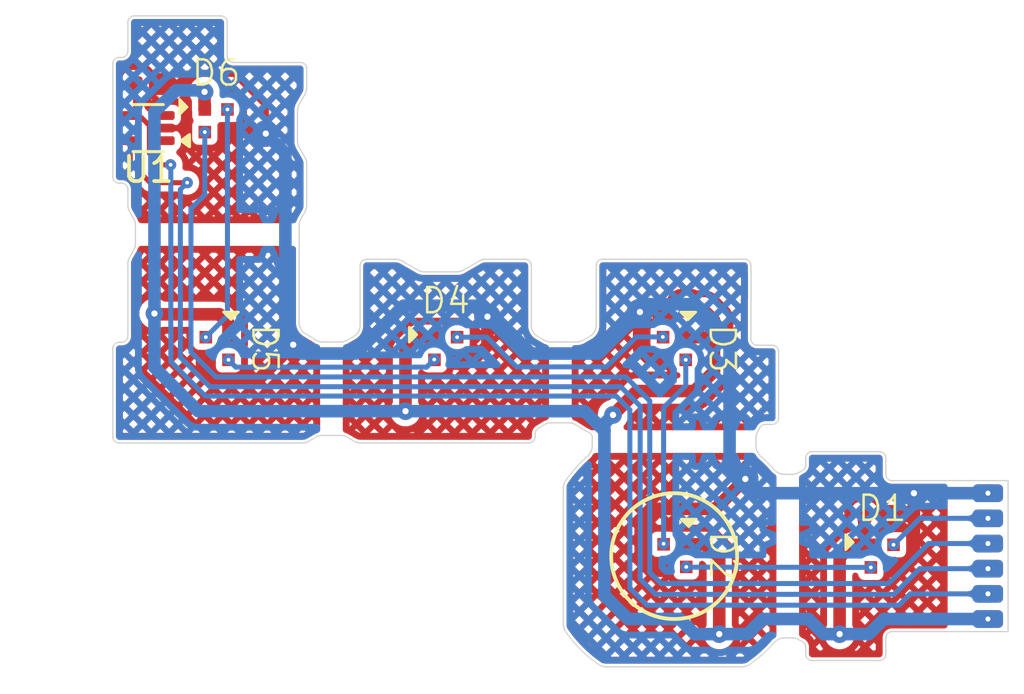
<source format=kicad_pcb>
(kicad_pcb (version 20241229) (generator "pcbnew") (generator_version "9.0")
  (title_block (title "FLX-F020") (date "2021-09-11") (rev "10") (company "Systemic Games, LLC") (comment 1 "Flexible PCB, 0.13mm thickness"))
  (layers (0 "F.Cu" signal) (2 "B.Cu" signal) (13 "F.Paste" user) (15 "B.Paste" user) (5 "F.SilkS" user "F.Silkscreen") (7 "B.SilkS" user "B.Silkscreen") (1 "F.Mask" user) (3 "B.Mask" user) (25 "Edge.Cuts" user))
  (net 0 "")
  (net 1 "/LED_DATA")
  (net 2 "GND")
  (net 3 "Net-(D1-DOUT)")
  (net 4 "VDC")
  (net 5 "/LED_RETURN")
  (net 6 "/MAG1_")
  (net 7 "Net-(D2-DOUT)")
  (net 8 "Net-(D3-DOUT)")
  (net 9 "Net-(D4-DOUT)")
  (net 10 "Net-(D5-DOUT)")
  (net 11 "+BATT")
  (footprint "Package_TO_SOT_SMD:SOT-553" (layer "F.Cu") (at 131.4525 95.09 180)
    (property "Reference" "U1")
    (property "Value" "SL1605")
  )
  (footprint "Pixels-dice:C_0402_1005Metric" (layer "F.Cu") (at 131.43 93.34)
    (property "Reference" "C15" (hide yes))
    (property "Value" "0.1uF 10V 20%")
  )
  (footprint "Pixels-dice:SK6805-EC14" (layer "F.Cu") (at 152.35 103.85 -90)
    (property "Reference" "D3")
    (property "Value" "SK6805-EC14")
  )
  (footprint "Pixels-dice:LED_CONNECTOR_6_FPC" (layer "F.Cu") (at 164.28 112.1 -90)
    (property "Reference" "J5" (hide yes))
    (property "Value" "Conn_01x06")
  )
  (footprint "Pixels-dice:SK6805-EC14" (layer "F.Cu") (at 134.19 103.85 -90)
    (property "Reference" "D5")
    (property "Value" "SK6805-EC14")
  )
  (footprint "Pixels-dice:C_0402_1005Metric" (layer "F.Cu") (at 152.33 102.31 180)
    (property "Reference" "C11" (hide yes))
    (property "Value" "0.1uF 10V 20%")
  )
  (footprint "Pixels-dice:C_0402_1005Metric" (layer "F.Cu") (at 160.38 110.5)
    (property "Reference" "C10" (hide yes))
    (property "Value" "0.1uF 10V 20%")
  )
  (footprint "Pixels-dice:SK6805-EC14" (layer "F.Cu") (at 143.27 103.85)
    (property "Reference" "D4")
    (property "Value" "SK6805-EC14")
  )
  (footprint "Pixels-dice:SK6805-EC14" (layer "F.Cu") (at 134.15 94.8)
    (property "Reference" "D6")
    (property "Value" "SK6805-EC14")
  )
  (footprint "Pixels-dice:SK6805-EC14" (layer "F.Cu") (at 160.601 112.1)
    (property "Reference" "D1")
    (property "Value" "SK6805-EC14")
  )
  (footprint "Pixels-dice:SK6805-EC14" (layer "F.Cu") (at 152.37 112.08 -90)
    (property "Reference" "D2")
    (property "Value" "SK6805-EC14")
  )
  (gr_circle (center 152.34 112.1) (end 154.84 112.1) (stroke (width 0.15)) (fill no) (layer "F.SilkS"))
  (gr_line (start 130.296506 103.603934) (end 130.396507 103.603934) (stroke (width 0.05)) (layer "Edge.Cuts"))
  (gr_line (start 165.6 115.1) (end 164.03166 115.1) (stroke (width 0.05)) (layer "Edge.Cuts"))
  (gr_line (start 137.67952 93.742516) (end 137.448494 94.142664) (stroke (width 0.05)) (layer "Edge.Cuts"))
  (gr_arc (start 149.244972 100.551682) (mid 149.318195 100.374906) (end 149.494971 100.301683) (stroke (width 0.05)) (layer "Edge.Cuts"))
  (gr_line (start 157.44252 115.50877) (end 157.283549 115.416988) (stroke (width 0.05)) (layer "Edge.Cuts"))
  (gr_arc (start 130.396507 97.281783) (mid 130.573284 97.355006) (end 130.646507 97.531783) (stroke (width 0.05)) (layer "Edge.Cuts"))
  (gr_arc (start 157.283539 108.783015) (mid 157.192583 108.824032) (end 157.095286 108.846172) (stroke (width 0.05)) (layer "Edge.Cuts"))
  (gr_arc (start 130.646507 103.353934) (mid 130.573284 103.530711) (end 130.396507 103.603934) (stroke (width 0.05)) (layer "Edge.Cuts"))
  (gr_arc (start 139.347549 103.523962) (mid 139.227099 103.573875) (end 139.097833 103.59095) (stroke (width 0.05)) (layer "Edge.Cuts"))
  (gr_arc (start 156.238039 103.720659) (mid 156.414816 103.793882) (end 156.488039 103.970659) (stroke (width 0.05)) (layer "Edge.Cuts"))
  (gr_line (start 137.446515 99.553028) (end 137.446516 99.675748) (stroke (width 0.05)) (layer "Edge.Cuts"))
  (gr_arc (start 130.046507 103.853933) (mid 130.11973 103.677157) (end 130.296506 103.603934) (stroke (width 0.05)) (layer "Edge.Cuts"))
  (gr_arc (start 157.095286 115.353825) (mid 157.192583 115.375966) (end 157.283549 115.416988) (stroke (width 0.05)) (layer "Edge.Cuts"))
  (gr_line (start 130.046507 97.031781) (end 130.046507 92.531782) (stroke (width 0.05)) (layer "Edge.Cuts"))
  (gr_line (start 155.746811 106.989386) (end 155.655024 107.148365) (stroke (width 0.05)) (layer "Edge.Cuts"))
  (gr_arc (start 139.867256 100.553178) (mid 139.939305 100.377587) (end 140.113909 100.303179) (stroke (width 0.05)) (layer "Edge.Cuts"))
  (gr_arc (start 130.646507 92.031781) (mid 130.573283 92.208559) (end 130.396505 92.281783) (stroke (width 0.05)) (layer "Edge.Cuts"))
  (gr_line (start 147.1821 106.876308) (end 146.935886 107.02841) (stroke (width 0.05)) (layer "Edge.Cuts"))
  (gr_arc (start 156.639755 108.844036) (mid 156.537181 108.816642) (end 156.442709 108.768212) (stroke (width 0.05)) (layer "Edge.Cuts"))
  (gr_arc (start 130.646507 100.470999) (mid 130.663544 100.341589) (end 130.713496 100.220995) (stroke (width 0.05)) (layer "Edge.Cuts"))
  (gr_arc (start 141.279777 100.303179) (mid 141.409187 100.320216) (end 141.529779 100.370167) (stroke (width 0.05)) (layer "Edge.Cuts"))
  (gr_line (start 149.494971 100.301683) (end 155.138039 100.301683) (stroke (width 0.05)) (layer "Edge.Cuts"))
  (gr_arc (start 134.839595 92.481781) (mid 134.662816 92.408557) (end 134.589592 92.231778) (stroke (width 0.05)) (layer "Edge.Cuts"))
  (gr_arc (start 147.436871 103.591398) (mid 147.307449 103.574446) (end 147.186829 103.524577) (stroke (width 0.05)) (layer "Edge.Cuts"))
  (gr_arc (start 149.244975 102.930905) (mid 149.17807 103.180763) (end 148.995259 103.363754) (stroke (width 0.05)) (layer "Edge.Cuts"))
  (gr_arc (start 149.626503 116.500004) (mid 149.476945 116.477112) (end 149.34108 116.410531) (stroke (width 0.05)) (layer "Edge.Cuts"))
  (gr_arc (start 157.567521 108.2) (mid 157.640745 108.023222) (end 157.817524 107.949998) (stroke (width 0.05)) (layer "Edge.Cuts"))
  (gr_line (start 155.394959 101.903213) (end 155.388039 101.903213) (stroke (width 0.05)) (layer "Edge.Cuts"))
  (gr_line (start 165.6 109.1) (end 165.6 115.1) (stroke (width 0.05)) (layer "Edge.Cuts"))
  (gr_arc (start 155.592907 107.328766) (mid 155.615332 107.235425) (end 155.655024 107.148365) (stroke (width 0.05)) (layer "Edge.Cuts"))
  (gr_line (start 138.967277 103.591025) (end 138.496038 103.591296) (stroke (width 0.05)) (layer "Edge.Cuts"))
  (gr_arc (start 160.744713 115.35) (mid 160.817936 115.173223) (end 160.994713 115.1) (stroke (width 0.05)) (layer "Edge.Cuts"))
  (gr_line (start 146.917564 103.369354) (end 147.186829 103.524577) (stroke (width 0.05)) (layer "Edge.Cuts"))
  (gr_line (start 130.646507 92.031781) (end 130.646507 90.881802) (stroke (width 0.05)) (layer "Edge.Cuts"))
  (gr_line (start 139.867256 102.935236) (end 139.867256 100.553178) (stroke (width 0.05)) (layer "Edge.Cuts"))
  (gr_arc (start 130.046507 92.531782) (mid 130.11973 92.355006) (end 130.296506 92.281783) (stroke (width 0.05)) (layer "Edge.Cuts"))
  (gr_line (start 157.817524 107.949998) (end 160.494711 107.949998) (stroke (width 0.05)) (layer "Edge.Cuts"))
  (gr_arc (start 156.442701 115.431792) (mid 156.537181 115.383357) (end 156.639755 115.355963) (stroke (width 0.05)) (layer "Edge.Cuts"))
  (gr_line (start 157.283539 108.783015) (end 157.44252 108.691227) (stroke (width 0.05)) (layer "Edge.Cuts"))
  (gr_arc (start 130.646507 90.881802) (mid 130.719731 90.705024) (end 130.89651 90.6318) (stroke (width 0.05)) (layer "Edge.Cuts"))
  (gr_arc (start 147.938049 109.388458) (mid 147.960942 109.238895) (end 148.027523 109.10303) (stroke (width 0.05)) (layer "Edge.Cuts"))
  (gr_line (start 147.436871 103.591398) (end 147.567277 103.591312) (stroke (width 0.05)) (layer "Edge.Cuts"))
  (gr_arc (start 137.448495 95.857442) (mid 137.398544 95.73685) (end 137.381507 95.60744) (stroke (width 0.05)) (layer "Edge.Cuts"))
  (gr_arc (start 155.335031 116.410526) (mid 155.199165 116.477107) (end 155.049602 116.5) (stroke (width 0.05)) (layer "Edge.Cuts"))
  (gr_line (start 137.381507 94.392664) (end 137.381507 95.60744) (stroke (width 0.05)) (layer "Edge.Cuts"))
  (gr_arc (start 142.413758 100.803179) (mid 142.284343 100.786141) (end 142.16375 100.73619) (stroke (width 0.05)) (layer "Edge.Cuts"))
  (gr_line (start 164.03166 109.1) (end 165.6 109.1) (stroke (width 0.05)) (layer "Edge.Cuts"))
  (gr_line (start 130.296506 92.281783) (end 130.396505 92.281783) (stroke (width 0.05)) (layer "Edge.Cuts"))
  (gr_arc (start 160.494711 107.949998) (mid 160.671489 108.023222) (end 160.744713 108.2) (stroke (width 0.05)) (layer "Edge.Cuts"))
  (gr_line (start 141.529779 100.370167) (end 142.16375 100.73619) (stroke (width 0.05)) (layer "Edge.Cuts"))
  (gr_line (start 137.57807 107.60399) (end 130.296506 107.603936) (stroke (width 0.05)) (layer "Edge.Cuts"))
  (gr_arc (start 156.294181 115.551312) (mid 155.841049 116.010438) (end 155.335031 116.410526) (stroke (width 0.05)) (layer "Edge.Cuts"))
  (gr_line (start 156.442701 115.431792) (end 156.396898 115.461807) (stroke (width 0.05)) (layer "Edge.Cuts"))
  (gr_line (start 155.388039 100.803213) (end 155.39496 100.803213) (stroke (width 0.05)) (layer "Edge.Cuts"))
  (gr_arc (start 134.33959 90.6318) (mid 134.516368 90.705024) (end 134.589592 90.881802) (stroke (width 0.05)) (layer "Edge.Cuts"))
  (gr_arc (start 157.567521 108.474721) (mid 157.534027 108.599721) (end 157.44252 108.691227) (stroke (width 0.05)) (layer "Edge.Cuts"))
  (gr_arc (start 139.867256 102.935236) (mid 139.800269 103.185235) (end 139.617254 103.368249) (stroke (width 0.05)) (layer "Edge.Cuts"))
  (gr_line (start 148.977152 108.038152) (end 149.009532 107.98741) (stroke (width 0.05)) (layer "Edge.Cuts"))
  (gr_line (start 160.994713 109.1) (end 163.544713 109.1) (stroke (width 0.05)) (layer "Edge.Cuts"))
  (gr_arc (start 157.44252 115.50877) (mid 157.534027 115.600276) (end 157.567521 115.725278) (stroke (width 0.05)) (layer "Edge.Cuts"))
  (gr_line (start 148.160788 106.801683) (end 148.038516 106.801683) (stroke (width 0.05)) (layer "Edge.Cuts"))
  (gr_line (start 137.448495 95.857442) (end 137.67952 96.257589) (stroke (width 0.05)) (layer "Edge.Cuts"))
  (gr_arc (start 137.746507 98.163819) (mid 137.72947 98.293228) (end 137.67952 98.413818) (stroke (width 0.05)) (layer "Edge.Cuts"))
  (gr_arc (start 157.81752 116.249998) (mid 157.640744 116.176775) (end 157.567521 115.999999) (stroke (width 0.05)) (layer "Edge.Cuts"))
  (gr_line (start 157.567521 115.999999) (end 157.567521 115.725278) (stroke (width 0.05)) (layer "Edge.Cuts"))
  (gr_line (start 155.638042 103.720659) (end 156.238039 103.720659) (stroke (width 0.05)) (layer "Edge.Cuts"))
  (gr_line (start 164.03166 115.1) (end 163.544713 115.1) (stroke (width 0.05)) (layer "Edge.Cuts"))
  (gr_line (start 156.716743 115.349999) (end 157.033559 115.349999) (stroke (width 0.05)) (layer "Edge.Cuts"))
  (gr_line (start 139.63523 107.536995) (end 139.347684 107.370979) (stroke (width 0.05)) (layer "Edge.Cuts"))
  (gr_arc (start 156.396907 108.7382) (mid 156.342475 108.696956) (end 156.294174 108.648684) (stroke (width 0.05)) (layer "Edge.Cuts"))
  (gr_arc (start 137.496505 92.481781) (mid 137.673283 92.555005) (end 137.746507 92.731783) (stroke (width 0.05)) (layer "Edge.Cuts"))
  (gr_arc (start 137.446507 98.951391) (mid 137.463544 98.821973) (end 137.513494 98.701383) (stroke (width 0.05)) (layer "Edge.Cuts"))
  (gr_line (start 160.744713 108.2) (end 160.744713 108.85) (stroke (width 0.05)) (layer "Edge.Cuts"))
  (gr_line (start 156.396907 108.7382) (end 156.442709 108.768212) (stroke (width 0.05)) (layer "Edge.Cuts"))
  (gr_line (start 139.097684 107.303992) (end 138.967277 107.303992) (stroke (width 0.05)) (layer "Edge.Cuts"))
  (gr_line (start 130.713496 100.220995) (end 130.879519 99.933436) (stroke (width 0.05)) (layer "Edge.Cuts"))
  (gr_line (start 137.446507 98.951391) (end 137.446509 99.081789) (stroke (width 0.05)) (layer "Edge.Cuts"))
  (gr_arc (start 155.59474 107.800005) (mid 155.589718 107.759353) (end 155.58804 107.718422) (stroke (width 0.05)) (layer "Edge.Cuts"))
  (gr_arc (start 137.683727 103.252941) (mid 137.509827 103.07109) (end 137.446516 102.827568) (stroke (width 0.05)) (layer "Edge.Cuts"))
  (gr_line (start 130.946507 99.683433) (end 130.946507 99.553028) (stroke (width 0.05)) (layer "Edge.Cuts"))
  (gr_arc (start 160.994713 109.1) (mid 160.817936 109.026777) (end 160.744713 108.85) (stroke (width 0.05)) (layer "Edge.Cuts"))
  (gr_arc (start 139.097684 107.303992) (mid 139.227093 107.321029) (end 139.347684 107.370979) (stroke (width 0.05)) (layer "Edge.Cuts"))
  (gr_arc (start 148.718875 103.523567) (mid 148.598319 103.573596) (end 148.468923 103.590718) (stroke (width 0.05)) (layer "Edge.Cuts"))
  (gr_arc (start 146.917564 103.369354) (mid 146.734346 103.186317) (end 146.667276 102.936172) (stroke (width 0.05)) (layer "Edge.Cuts"))
  (gr_line (start 156.488039 103.970659) (end 156.488039 106.614386) (stroke (width 0.05)) (layer "Edge.Cuts"))
  (gr_line (start 134.839595 92.481781) (end 137.496505 92.481781) (stroke (width 0.05)) (layer "Edge.Cuts"))
  (gr_arc (start 146.417276 100.303179) (mid 146.594053 100.376402) (end 146.667276 100.553179) (stroke (width 0.05)) (layer "Edge.Cuts"))
  (gr_arc (start 160.744713 115.999999) (mid 160.67149 116.176775) (end 160.494714 116.249998) (stroke (width 0.05)) (layer "Edge.Cuts"))
  (gr_line (start 160.744713 115.35) (end 160.744713 115.999999) (stroke (width 0.05)) (layer "Edge.Cuts"))
  (gr_line (start 155.39496 100.803213) (end 155.394959 101.903213) (stroke (width 0.05)) (layer "Edge.Cuts"))
  (gr_arc (start 155.746811 106.989386) (mid 155.838317 106.89788) (end 155.963318 106.864386) (stroke (width 0.05)) (layer "Edge.Cuts"))
  (gr_arc (start 143.965806 100.736189) (mid 143.845212 100.786141) (end 143.715797 100.803179) (stroke (width 0.05)) (layer "Edge.Cuts"))
  (gr_line (start 137.746507 96.507589) (end 137.746507 98.163819) (stroke (width 0.05)) (layer "Edge.Cuts"))
  (gr_arc (start 130.713494 98.413818) (mid 130.663544 98.293228) (end 130.646507 98.163819) (stroke (width 0.05)) (layer "Edge.Cuts"))
  (gr_arc (start 147.1821 106.876308) (mid 147.308298 106.820701) (end 147.444888 106.801683) (stroke (width 0.05)) (layer "Edge.Cuts"))
  (gr_line (start 146.817279 107.241099) (end 146.817279 107.353726) (stroke (width 0.05)) (layer "Edge.Cuts"))
  (gr_line (start 148.983387 107.207629) (end 148.788039 107.101683) (stroke (width 0.05)) (layer "Edge.Cuts"))
  (gr_line (start 163.544713 109.1) (end 164.03166 109.1) (stroke (width 0.05)) (layer "Edge.Cuts"))
  (gr_arc (start 155.638042 103.720659) (mid 155.461263 103.647435) (end 155.388039 103.470656) (stroke (width 0.05)) (layer "Edge.Cuts"))
  (gr_line (start 137.67952 98.413818) (end 137.513494 98.701383) (stroke (width 0.05)) (layer "Edge.Cuts"))
  (gr_arc (start 137.381507 94.392664) (mid 137.398544 94.263254) (end 137.448494 94.142664) (stroke (width 0.05)) (layer "Edge.Cuts"))
  (gr_line (start 130.646507 98.163819) (end 130.646507 97.531783) (stroke (width 0.05)) (layer "Edge.Cuts"))
  (gr_arc (start 149.080422 107.328766) (mid 149.086126 107.355837) (end 149.08804 107.383442) (stroke (width 0.05)) (layer "Edge.Cuts"))
  (gr_line (start 137.446516 99.675748) (end 137.446516 102.827568) (stroke (width 0.05)) (layer "Edge.Cuts"))
  (gr_line (start 156.238039 106.864386) (end 155.963318 106.864386) (stroke (width 0.05)) (layer "Edge.Cuts"))
  (gr_arc (start 137.67952 96.257589) (mid 137.72947 96.378179) (end 137.746507 96.507589) (stroke (width 0.05)) (layer "Edge.Cuts"))
  (gr_line (start 138.496038 107.303992) (end 138.365632 107.303992) (stroke (width 0.05)) (layer "Edge.Cuts"))
  (gr_line (start 134.589592 90.881802) (end 134.589592 92.231778) (stroke (width 0.05)) (layer "Edge.Cuts"))
  (gr_line (start 148.038516 103.591002) (end 148.468923 103.590718) (stroke (width 0.05)) (layer "Edge.Cuts"))
  (gr_line (start 130.946507 99.081789) (end 130.946507 98.951383) (stroke (width 0.05)) (layer "Edge.Cuts"))
  (gr_line (start 155.666565 107.987421) (end 155.698944 108.038154) (stroke (width 0.05)) (layer "Edge.Cuts"))
  (gr_line (start 147.567277 106.801683) (end 147.444888 106.801683) (stroke (width 0.05)) (layer "Edge.Cuts"))
  (gr_line (start 155.58804 107.718422) (end 155.58804 107.398353) (stroke (width 0.05)) (layer "Edge.Cuts"))
  (gr_arc (start 130.946507 99.683433) (mid 130.92947 99.812843) (end 130.879519 99.933436) (stroke (width 0.05)) (layer "Edge.Cuts"))
  (gr_line (start 144.849777 100.303179) (end 146.417276 100.303179) (stroke (width 0.05)) (layer "Edge.Cuts"))
  (gr_line (start 140.117255 100.303179) (end 141.279777 100.303179) (stroke (width 0.05)) (layer "Edge.Cuts"))
  (gr_arc (start 155.79152 108.145757) (mid 155.741397 108.09526) (end 155.698944 108.038154) (stroke (width 0.05)) (layer "Edge.Cuts"))
  (gr_arc (start 155.666565 107.987421) (mid 155.621152 107.897355) (end 155.59474 107.800005) (stroke (width 0.05)) (layer "Edge.Cuts"))
  (gr_line (start 139.347549 103.523962) (end 139.617254 103.368249) (stroke (width 0.05)) (layer "Edge.Cuts"))
  (gr_arc (start 156.294181 115.551312) (mid 156.34248 115.503041) (end 156.396898 115.461807) (stroke (width 0.05)) (layer "Edge.Cuts"))
  (gr_line (start 146.567288 107.603727) (end 139.885258 107.603985) (stroke (width 0.05)) (layer "Edge.Cuts"))
  (gr_arc (start 149.34108 116.410531) (mid 148.625744 115.812316) (end 148.027528 115.096981) (stroke (width 0.05)) (layer "Edge.Cuts"))
  (gr_arc (start 146.817279 107.353726) (mid 146.744059 107.5305) (end 146.567288 107.603727) (stroke (width 0.05)) (layer "Edge.Cuts"))
  (gr_arc (start 130.29651 97.281783) (mid 130.119731 97.208559) (end 130.046507 97.031781) (stroke (width 0.05)) (layer "Edge.Cuts"))
  (gr_line (start 155.049602 116.5) (end 149.626503 116.500004) (stroke (width 0.05)) (layer "Edge.Cuts"))
  (gr_line (start 149.08804 107.718447) (end 149.08804 107.383442) (stroke (width 0.05)) (layer "Edge.Cuts"))
  (gr_line (start 157.567521 108.474721) (end 157.567521 108.2) (stroke (width 0.05)) (layer "Edge.Cuts"))
  (gr_arc (start 148.027528 115.096981) (mid 147.960946 114.961116) (end 147.938054 114.81156) (stroke (width 0.05)) (layer "Edge.Cuts"))
  (gr_arc (start 156.488039 106.614386) (mid 156.414816 106.791163) (end 156.238039 106.864386) (stroke (width 0.05)) (layer "Edge.Cuts"))
  (gr_line (start 160.494714 116.249998) (end 157.81752 116.249998) (stroke (width 0.05)) (layer "Edge.Cuts"))
  (gr_arc (start 148.983387 107.207629) (mid 149.044135 107.258401) (end 149.080422 107.328766) (stroke (width 0.05)) (layer "Edge.Cuts"))
  (gr_arc (start 157.033559 115.349999) (mid 157.064475 115.350956) (end 157.095286 115.353825) (stroke (width 0.05)) (layer "Edge.Cuts"))
  (gr_arc (start 155.138039 100.301683) (mid 155.314816 100.374906) (end 155.388039 100.551683) (stroke (width 0.05)) (layer "Edge.Cuts"))
  (gr_arc (start 138.115634 107.370978) (mid 138.236223 107.321029) (end 138.365632 107.303992) (stroke (width 0.05)) (layer "Edge.Cuts"))
  (gr_arc (start 130.296506 107.603936) (mid 130.11973 107.530712) (end 130.046507 107.353935) (stroke (width 0.05)) (layer "Edge.Cuts"))
  (gr_arc (start 157.095286 108.846173) (mid 157.064475 108.849041) (end 157.033527 108.849999) (stroke (width 0.05)) (layer "Edge.Cuts"))
  (gr_arc (start 149.08804 107.718447) (mid 149.086363 107.75936) (end 149.081342 107.800005) (stroke (width 0.05)) (layer "Edge.Cuts"))
  (gr_line (start 147.938054 114.81156) (end 147.938049 109.388458) (stroke (width 0.05)) (layer "Edge.Cuts"))
  (gr_line (start 130.89651 90.6318) (end 134.33959 90.6318) (stroke (width 0.05)) (layer "Edge.Cuts"))
  (gr_arc (start 146.817279 107.241099) (mid 146.848935 107.119336) (end 146.935886 107.02841) (stroke (width 0.05)) (layer "Edge.Cuts"))
  (gr_arc (start 138.373809 103.591366) (mid 138.237066 103.572386) (end 138.110724 103.516736) (stroke (width 0.05)) (layer "Edge.Cuts"))
  (gr_arc (start 156.639755 115.355963) (mid 156.678137 115.351492) (end 156.716743 115.349999) (stroke (width 0.05)) (layer "Edge.Cuts"))
  (gr_line (start 130.946507 99.081789) (end 130.946507 99.553028) (stroke (width 0.05)) (layer "Edge.Cuts"))
  (gr_arc (start 148.027523 109.10303) (mid 148.426649 108.598083) (end 148.884566 108.145772) (stroke (width 0.05)) (layer "Edge.Cuts"))
  (gr_arc (start 137.746507 93.492517) (mid 137.72947 93.621926) (end 137.67952 93.742516) (stroke (width 0.05)) (layer "Edge.Cuts"))
  (gr_arc (start 156.716748 108.849999) (mid 156.678136 108.848506) (end 156.639755 108.844035) (stroke (width 0.05)) (layer "Edge.Cuts"))
  (gr_arc (start 137.828067 107.537005) (mid 137.707478 107.586954) (end 137.57807 107.60399) (stroke (width 0.05)) (layer "Edge.Cuts"))
  (gr_line (start 138.967277 103.591025) (end 139.097833 103.59095) (stroke (width 0.05)) (layer "Edge.Cuts"))
  (gr_line (start 137.746507 92.731783) (end 137.746507 93.492517) (stroke (width 0.05)) (layer "Edge.Cuts"))
  (gr_line (start 130.646507 103.353934) (end 130.646507 100.470999) (stroke (width 0.05)) (layer "Edge.Cuts"))
  (gr_line (start 138.373809 103.591366) (end 138.496038 103.591296) (stroke (width 0.05)) (layer "Edge.Cuts"))
  (gr_line (start 163.544713 115.1) (end 160.994713 115.1) (stroke (width 0.05)) (layer "Edge.Cuts"))
  (gr_arc (start 148.160788 106.801683) (mid 148.297483 106.820731) (end 148.423765 106.876424) (stroke (width 0.05)) (layer "Edge.Cuts"))
  (gr_arc (start 144.599778 100.370166) (mid 144.720368 100.320216) (end 144.849777 100.303179) (stroke (width 0.05)) (layer "Edge.Cuts"))
  (gr_line (start 137.446515 99.553028) (end 137.446509 99.081789) (stroke (width 0.05)) (layer "Edge.Cuts"))
  (gr_line (start 148.718875 103.523567) (end 148.995259 103.363755) (stroke (width 0.05)) (layer "Edge.Cuts"))
  (gr_line (start 147.567277 103.591312) (end 148.038516 103.591002) (stroke (width 0.05)) (layer "Edge.Cuts"))
  (gr_arc (start 149.081342 107.800005) (mid 149.054936 107.89735) (end 149.009532 107.98741) (stroke (width 0.05)) (layer "Edge.Cuts"))
  (gr_line (start 130.046507 107.353935) (end 130.046507 103.853933) (stroke (width 0.05)) (layer "Edge.Cuts"))
  (gr_arc (start 139.885258 107.603985) (mid 139.755835 107.58695) (end 139.63523 107.536995) (stroke (width 0.05)) (layer "Edge.Cuts"))
  (gr_line (start 149.244975 102.930905) (end 149.244972 100.551682) (stroke (width 0.05)) (layer "Edge.Cuts"))
  (gr_line (start 138.967277 107.303992) (end 138.496038 107.303992) (stroke (width 0.05)) (layer "Edge.Cuts"))
  (gr_line (start 155.388039 100.551683) (end 155.388039 100.803213) (stroke (width 0.05)) (layer "Edge.Cuts"))
  (gr_arc (start 130.87952 98.701383) (mid 130.92947 98.821973) (end 130.946507 98.951383) (stroke (width 0.05)) (layer "Edge.Cuts"))
  (gr_line (start 130.87952 98.701383) (end 130.713494 98.413818) (stroke (width 0.05)) (layer "Edge.Cuts"))
  (gr_arc (start 155.58804 107.398353) (mid 155.589258 107.363478) (end 155.592907 107.328766) (stroke (width 0.05)) (layer "Edge.Cuts"))
  (gr_line (start 155.388039 101.903213) (end 155.388039 103.470656) (stroke (width 0.05)) (layer "Edge.Cuts"))
  (gr_line (start 138.115634 107.370978) (end 137.828067 107.537005) (stroke (width 0.05)) (layer "Edge.Cuts"))
  (gr_line (start 146.667276 100.553179) (end 146.667276 102.936172) (stroke (width 0.05)) (layer "Edge.Cuts"))
  (gr_line (start 148.788039 107.101683) (end 148.423765 106.876424) (stroke (width 0.05)) (layer "Edge.Cuts"))
  (gr_arc (start 148.977152 108.038152) (mid 148.934698 108.095264) (end 148.884566 108.145772) (stroke (width 0.05)) (layer "Edge.Cuts"))
  (gr_line (start 142.413758 100.803179) (end 143.715797 100.803179) (stroke (width 0.05)) (layer "Edge.Cuts"))
  (gr_arc (start 155.79152 108.145757) (mid 156.051371 108.388701) (end 156.294174 108.648684) (stroke (width 0.05)) (layer "Edge.Cuts"))
  (gr_line (start 130.396507 97.281783) (end 130.29651 97.281783) (stroke (width 0.05)) (layer "Edge.Cuts"))
  (gr_line (start 157.033527 108.849999) (end 156.716748 108.849999) (stroke (width 0.05)) (layer "Edge.Cuts"))
  (gr_line (start 147.567277 106.801683) (end 148.038516 106.801683) (stroke (width 0.05)) (layer "Edge.Cuts"))
  (gr_line (start 137.683727 103.252941) (end 138.110724 103.516736) (stroke (width 0.05)) (layer "Edge.Cuts"))
  (gr_line (start 143.965806 100.736189) (end 144.599778 100.370166) (stroke (width 0.05)) (layer "Edge.Cuts"))
  (via (at 161.051 111.65) (size 0.45) (drill 0.15) (layers "F.Cu" "B.Cu") (net 1))
  (segment (start 162.91 110.6) (end 162.101 110.6) (width 0.2) (layer "B.Cu") (net 1))
  (segment (start 162.101 110.6) (end 161.051 111.65) (width 0.2) (layer "B.Cu") (net 1))
  (segment (start 162.91 110.6) (end 162.51 110.6) (width 0.2) (layer "B.Cu") (net 1))
  (segment (start 164.52 110.6) (end 162.91 110.6) (width 0.2) (layer "B.Cu") (net 1))
  (segment (start 132.59 93.34) (end 133 92.93) (width 0.25) (layer "F.Cu") (net 2))
  (segment (start 136.12 94.18) (end 136.12 95.31) (width 0.25) (layer "F.Cu") (net 2))
  (segment (start 160.86 110.5) (end 161.56 110.5) (width 0.5) (layer "F.Cu") (net 2))
  (segment (start 151.01 112.16) (end 151.01 110.94) (width 0.5) (layer "F.Cu") (net 2))
  (segment (start 144.36 104.3) (end 144.925 103.735) (width 0.5) (layer "F.Cu") (net 2))
  (segment (start 151.01 110.94) (end 151.73 110.22) (width 0.5) (layer "F.Cu") (net 2))
  (segment (start 134.87 92.93) (end 136.12 94.18) (width 0.25) (layer "F.Cu") (net 2))
  (segment (start 133.74 104.68) (end 134.21 105.15) (width 0.5) (layer "F.Cu") (net 2))
  (segment (start 151.38 104.3) (end 150.95 103.87) (width 0.5) (layer "F.Cu") (net 2))
  (segment (start 132.7 95.09) (end 132.165 95.09) (width 0.25) (layer "F.Cu") (net 2))
  (segment (start 150.95 102.43) (end 150.98 102.4) (width 0.5) (layer "F.Cu") (net 2))
  (segment (start 134.21 105.15) (end 135.76 105.15) (width 0.5) (layer "F.Cu") (net 2))
  (segment (start 150.95 103.87) (end 150.95 102.43) (width 0.5) (layer "F.Cu") (net 2))
  (segment (start 131.91 93.34) (end 132.59 93.34) (width 0.25) (layer "F.Cu") (net 2))
  (segment (start 151.07 102.31) (end 150.98 102.4) (width 0.5) (layer "F.Cu") (net 2))
  (segment (start 134.6 95.25) (end 136.06 95.25) (width 0.5) (layer "F.Cu") (net 2))
  (segment (start 144.925 103.735) (end 144.925 102.585) (width 0.5) (layer "F.Cu") (net 2))
  (segment (start 161.051 112.55) (end 161.38 112.55) (width 0.5) (layer "F.Cu") (net 2))
  (segment (start 151.73 110.22) (end 153.98 110.22) (width 0.5) (layer "F.Cu") (net 2))
  (segment (start 161.86 110.2) (end 161.86 109.6) (width 0.5) (layer "F.Cu") (net 2))
  (segment (start 151.38 112.53) (end 151.01 112.16) (width 0.5) (layer "F.Cu") (net 2))
  (segment (start 151.85 102.31) (end 151.07 102.31) (width 0.5) (layer "F.Cu") (net 2))
  (segment (start 132.59 93.34) (end 132.94 93.69) (width 0.25) (layer "F.Cu") (net 2))
  (segment (start 151.9 104.3) (end 151.38 104.3) (width 0.5) (layer "F.Cu") (net 2))
  (segment (start 153.98 110.22) (end 155.165 109.035) (width 0.5) (layer "F.Cu") (net 2))
  (segment (start 161.86 112.07) (end 161.86 110.2) (width 0.5) (layer "F.Cu") (net 2))
  (segment (start 132.94 94.85) (end 132.7 95.09) (width 0.25) (layer "F.Cu") (net 2))
  (segment (start 133 92.93) (end 134.87 92.93) (width 0.25) (layer "F.Cu") (net 2))
  (segment (start 132.94 93.69) (end 132.94 94.85) (width 0.25) (layer "F.Cu") (net 2))
  (segment (start 135.76 105.15) (end 137.21 103.7) (width 0.5) (layer "F.Cu") (net 2))
  (segment (start 133.74 104.3) (end 133.74 104.68) (width 0.5) (layer "F.Cu") (net 2))
  (segment (start 143.72 104.3) (end 144.36 104.3) (width 0.5) (layer "F.Cu") (net 2))
  (segment (start 161.56 110.5) (end 161.86 110.2) (width 0.5) (layer "F.Cu") (net 2))
  (segment (start 151.92 112.53) (end 151.38 112.53) (width 0.5) (layer "F.Cu") (net 2))
  (segment (start 136.06 95.25) (end 136.12 95.31) (width 0.5) (layer "F.Cu") (net 2))
  (segment (start 161.38 112.55) (end 161.86 112.07) (width 0.5) (layer "F.Cu") (net 2))
  (via (at 155.165 109.035) (size 0.7) (drill 0.25) (layers "F.Cu" "B.Cu") (net 2))
  (via (at 136.12 95.31) (size 0.7) (drill 0.25) (layers "F.Cu" "B.Cu") (net 2))
  (via (at 150.98 102.4) (size 0.7) (drill 0.25) (layers "F.Cu" "B.Cu") (net 2))
  (via (at 161.86 109.6) (size 0.7) (drill 0.25) (layers "F.Cu" "B.Cu") (net 2))
  (via (at 144.925 102.585) (size 0.7) (drill 0.25) (layers "F.Cu" "B.Cu") (net 2))
  (via (at 137.21 103.7) (size 0.7) (drill 0.25) (layers "F.Cu" "B.Cu") (net 2))
  (segment (start 154.54 108.41) (end 155.165 109.035) (width 0.5) (layer "B.Cu") (net 2))
  (segment (start 151.29 102.09) (end 153.06 102.09) (width 0.5) (layer "B.Cu") (net 2))
  (segment (start 150.98 102.4) (end 151.29 102.09) (width 0.5) (layer "B.Cu") (net 2))
  (segment (start 153.06 102.09) (end 154.54 103.57) (width 0.5) (layer "B.Cu") (net 2))
  (segment (start 137.21 103.7) (end 137.56 104.05) (width 0.5) (layer "B.Cu") (net 2))
  (segment (start 137.56 104.05) (end 139.69 104.05) (width 0.5) (layer "B.Cu") (net 2))
  (segment (start 144.49 102.15) (end 144.925 102.585) (width 0.5) (layer "B.Cu") (net 2))
  (segment (start 149.33 104.05) (end 150.98 102.4) (width 0.5) (layer "B.Cu") (net 2))
  (segment (start 154.54 103.57) (end 154.54 108.41) (width 0.5) (layer "B.Cu") (net 2))
  (segment (start 136.12 95.31) (end 136.9 96.09) (width 0.5) (layer "B.Cu") (net 2))
  (segment (start 146.39 104.05) (end 149.33 104.05) (width 0.5) (layer "B.Cu") (net 2))
  (segment (start 136.9 96.09) (end 136.9 103.39) (width 0.5) (layer "B.Cu") (net 2))
  (segment (start 144.925 102.585) (end 146.39 104.05) (width 0.5) (layer "B.Cu") (net 2))
  (segment (start 141.59 102.15) (end 144.49 102.15) (width 0.5) (layer "B.Cu") (net 2))
  (segment (start 161.86 109.6) (end 164.52 109.6) (width 0.5) (layer "B.Cu") (net 2))
  (segment (start 136.9 103.39) (end 137.21 103.7) (width 0.5) (layer "B.Cu") (net 2))
  (segment (start 139.69 104.05) (end 141.59 102.15) (width 0.5) (layer "B.Cu") (net 2))
  (segment (start 155.165 109.035) (end 155.73 109.6) (width 0.5) (layer "B.Cu") (net 2))
  (segment (start 155.73 109.6) (end 161.86 109.6) (width 0.5) (layer "B.Cu") (net 2))
  (via (at 160.151 112.55) (size 0.45) (drill 0.15) (layers "F.Cu" "B.Cu") (net 3))
  (via (at 152.82 112.53) (size 0.45) (drill 0.15) (layers "F.Cu" "B.Cu") (net 3))
  (segment (start 160.151 112.55) (end 152.83 112.54) (width 0.2) (layer "B.Cu") (net 3))
  (segment (start 152.83 112.54) (end 152.82 112.53) (width 0.2) (layer "B.Cu") (net 3))
  (segment (start 159.89 110.51) (end 159.9 110.5) (width 0.5) (layer "F.Cu") (net 4))
  (segment (start 142.82 103.4) (end 142.18 103.4) (width 0.5) (layer "F.Cu") (net 4))
  (segment (start 152.63 105.54) (end 150.86 105.54) (width 0.5) (layer "F.Cu") (net 4))
  (segment (start 142.18 103.4) (end 141.67 103.91) (width 0.5) (layer "F.Cu") (net 4))
  (segment (start 141.67 103.91) (end 141.67 106.34) (width 0.5) (layer "F.Cu") (net 4))
  (segment (start 134.28 102.49) (end 131.73 102.49) (width 0.5) (layer "F.Cu") (net 4))
  (segment (start 152.82 111.63) (end 153.55 111.63) (width 0.5) (layer "F.Cu") (net 4))
  (segment (start 159.42 111.65) (end 158.91 112.16) (width 0.5) (layer "F.Cu") (net 4))
  (segment (start 153.92 103.86) (end 153.92 104.76) (width 0.5) (layer "F.Cu") (net 4))
  (segment (start 150.86 105.54) (end 149.91 106.49) (width 0.5) (layer "F.Cu") (net 4))
  (segment (start 134.64 103.4) (end 134.64 102.85) (width 0.5) (layer "F.Cu") (net 4))
  (segment (start 158.91 112.16) (end 158.91 115.2) (width 0.5) (layer "F.Cu") (net 4))
  (segment (start 154.13 112.21) (end 154.13 115.2) (width 0.5) (layer "F.Cu") (net 4))
  (segment (start 153.92 102.73) (end 153.92 103.86) (width 0.5) (layer "F.Cu") (net 4))
  (segment (start 133.69 94.34) (end 133.7 94.35) (width 0.5) (layer "F.Cu") (net 4))
  (segment (start 159.89 111.65) (end 159.42 111.65) (width 0.5) (layer "F.Cu") (net 4))
  (segment (start 133.69 93.65) (end 133.69 94.34) (width 0.5) (layer "F.Cu") (net 4))
  (segment (start 153.92 104.76) (end 153.14 105.54) (width 0.5) (layer "F.Cu") (net 4))
  (segment (start 153.5 102.31) (end 153.92 102.73) (width 0.5) (layer "F.Cu") (net 4))
  (segment (start 153.14 105.54) (end 152.63 105.54) (width 0.5) (layer "F.Cu") (net 4))
  (segment (start 153.55 111.63) (end 154.13 112.21) (width 0.5) (layer "F.Cu") (net 4))
  (segment (start 152.8 103.4) (end 153.46 103.4) (width 0.5) (layer "F.Cu") (net 4))
  (segment (start 153.46 103.4) (end 153.92 103.86) (width 0.5) (layer "F.Cu") (net 4))
  (segment (start 134.64 102.85) (end 134.28 102.49) (width 0.5) (layer "F.Cu") (net 4))
  (segment (start 159.89 111.65) (end 159.89 110.51) (width 0.5) (layer "F.Cu") (net 4))
  (segment (start 131.73 102.49) (end 131.7 102.46) (width 0.5) (layer "F.Cu") (net 4))
  (segment (start 152.81 102.31) (end 153.5 102.31) (width 0.5) (layer "F.Cu") (net 4))
  (via (at 158.91 115.2) (size 0.7) (drill 0.25) (layers "F.Cu" "B.Cu") (net 4))
  (via (at 141.67 106.34) (size 0.7) (drill 0.25) (layers "F.Cu" "B.Cu") (net 4))
  (via (at 131.7 102.46) (size 0.7) (drill 0.25) (layers "F.Cu" "B.Cu") (net 4))
  (via (at 133.69 93.65) (size 0.7) (drill 0.25) (layers "F.Cu" "B.Cu") (net 4))
  (via (at 154.13 115.2) (size 0.7) (drill 0.25) (layers "F.Cu" "B.Cu") (net 4))
  (via (at 149.91 106.49) (size 0.7) (drill 0.25) (layers "F.Cu" "B.Cu") (net 4))
  (segment (start 150.51 114.6) (end 149.57 113.66) (width 0.5) (layer "B.Cu") (net 4))
  (segment (start 158.91 115.2) (end 158.28 115.2) (width 0.5) (layer "B.Cu") (net 4))
  (segment (start 154.13 115.2) (end 153.16 115.2) (width 0.5) (layer "B.Cu") (net 4))
  (segment (start 146.89 106.34) (end 141.67 106.34) (width 0.5) (layer "B.Cu") (net 4))
  (segment (start 155.25 115.2) (end 154.13 115.2) (width 0.5) (layer "B.Cu") (net 4))
  (segment (start 132.56 93.59) (end 133.63 93.59) (width 0.5) (layer "B.Cu") (net 4))
  (segment (start 131.7 102.46) (end 131.7 96.86) (width 0.5) (layer "B.Cu") (net 4))
  (segment (start 133.44 106.34) (end 132.03 104.93) (width 0.5) (layer "B.Cu") (net 4))
  (segment (start 141.67 106.34) (end 133.44 106.34) (width 0.5) (layer "B.Cu") (net 4))
  (segment (start 158.28 115.2) (end 157.68 114.6) (width 0.5) (layer "B.Cu") (net 4))
  (segment (start 132.03 104.93) (end 131.7 104.6) (width 0.5) (layer "B.Cu") (net 4))
  (segment (start 149.57 106.83) (end 149.57 107.13) (width 0.5) (layer "B.Cu") (net 4))
  (segment (start 131.7 96.86) (end 131.7 94.45) (width 0.5) (layer "B.Cu") (net 4))
  (segment (start 152.56 114.6) (end 150.51 114.6) (width 0.5) (layer "B.Cu") (net 4))
  (segment (start 155.85 114.6) (end 155.25 115.2) (width 0.5) (layer "B.Cu") (net 4))
  (segment (start 153.16 115.2) (end 152.56 114.6) (width 0.5) (layer "B.Cu") (net 4))
  (segment (start 156.05 114.6) (end 155.85 114.6) (width 0.5) (layer "B.Cu") (net 4))
  (segment (start 164.52 114.6) (end 161.63 114.6) (width 0.5) (layer "B.Cu") (net 4))
  (segment (start 149.57 107.13) (end 148.78 106.34) (width 0.5) (layer "B.Cu") (net 4))
  (segment (start 161.63 114.6) (end 160.67 114.6) (width 0.5) (layer "B.Cu") (net 4))
  (segment (start 133.63 93.59) (end 133.69 93.65) (width 0.5) (layer "B.Cu") (net 4))
  (segment (start 149.57 113.66) (end 149.57 107.13) (width 0.5) (layer "B.Cu") (net 4))
  (segment (start 148.78 106.34) (end 146.89 106.34) (width 0.5) (layer "B.Cu") (net 4))
  (segment (start 157.68 114.6) (end 156.05 114.6) (width 0.5) (layer "B.Cu") (net 4))
  (segment (start 131.7 94.45) (end 132.56 93.59) (width 0.5) (layer "B.Cu") (net 4))
  (segment (start 131.7 104.6) (end 131.7 102.46) (width 0.5) (layer "B.Cu") (net 4))
  (segment (start 149.91 106.49) (end 149.57 106.83) (width 0.5) (layer "B.Cu") (net 4))
  (segment (start 160.07 115.2) (end 158.91 115.2) (width 0.5) (layer "B.Cu") (net 4))
  (segment (start 160.67 114.6) (end 160.07 115.2) (width 0.5) (layer "B.Cu") (net 4))
  (via (at 133.7 95.25) (size 0.45) (drill 0.15) (layers "F.Cu" "B.Cu") (net 5))
  (segment (start 151.37 112.74) (end 151.82 113.19) (width 0.2) (layer "B.Cu") (net 5))
  (segment (start 133.7 95.25) (end 133.7 97.74) (width 0.2) (layer "B.Cu") (net 5))
  (segment (start 133.15 98.29) (end 133.15 103.99) (width 0.2) (layer "B.Cu") (net 5))
  (segment (start 151.37 105.93) (end 151.37 112.74) (width 0.2) (layer "B.Cu") (net 5))
  (segment (start 160.85 113.19) (end 162.44 111.6) (width 0.2) (layer "B.Cu") (net 5))
  (segment (start 133.15 103.99) (end 134.14 104.98) (width 0.2) (layer "B.Cu") (net 5))
  (segment (start 134.14 104.98) (end 150.42 104.98) (width 0.2) (layer "B.Cu") (net 5))
  (segment (start 151.82 113.19) (end 160.85 113.19) (width 0.2) (layer "B.Cu") (net 5))
  (segment (start 150.42 104.98) (end 151.37 105.93) (width 0.2) (layer "B.Cu") (net 5))
  (segment (start 133.7 97.74) (end 133.15 98.29) (width 0.2) (layer "B.Cu") (net 5))
  (segment (start 162.44 111.6) (end 164.45 111.6) (width 0.2) (layer "B.Cu") (net 5))
  (segment (start 130.74 96.47) (end 130.74 95.59) (width 0.2) (layer "F.Cu") (net 6))
  (segment (start 131.53 97.26) (end 130.74 96.47) (width 0.2) (layer "F.Cu") (net 6))
  (segment (start 133 97.26) (end 131.53 97.26) (width 0.2) (layer "F.Cu") (net 6))
  (via (at 133 97.26) (size 0.45) (drill 0.15) (layers "F.Cu" "B.Cu") (net 6))
  (segment (start 151.6 113.62) (end 150.99 113.01) (width 0.2) (layer "B.Cu") (net 6))
  (segment (start 161.07 113.62) (end 151.6 113.62) (width 0.2) (layer "B.Cu") (net 6))
  (segment (start 132.73 104.2) (end 132.73 103.17) (width 0.2) (layer "B.Cu") (net 6))
  (segment (start 150.99 112.45) (end 150.99 106.14) (width 0.2) (layer "B.Cu") (net 6))
  (segment (start 150.99 106.14) (end 150.29 105.44) (width 0.2) (layer "B.Cu") (net 6))
  (segment (start 133.9 105.37) (end 132.86 104.33) (width 0.2) (layer "B.Cu") (net 6))
  (segment (start 150.29 105.44) (end 150.22 105.37) (width 0.2) (layer "B.Cu") (net 6))
  (segment (start 164.45 112.6) (end 162.09 112.6) (width 0.2) (layer "B.Cu") (net 6))
  (segment (start 162.09 112.6) (end 161.07 113.62) (width 0.2) (layer "B.Cu") (net 6))
  (segment (start 150.22 105.37) (end 134.24 105.37) (width 0.2) (layer "B.Cu") (net 6))
  (segment (start 134.24 105.37) (end 133.9 105.37) (width 0.2) (layer "B.Cu") (net 6))
  (segment (start 132.73 97.53) (end 133 97.26) (width 0.2) (layer "B.Cu") (net 6))
  (segment (start 132.86 104.33) (end 132.73 104.2) (width 0.2) (layer "B.Cu") (net 6))
  (segment (start 132.73 98.65) (end 132.73 97.53) (width 0.2) (layer "B.Cu") (net 6))
  (segment (start 132.73 103.17) (end 132.73 98.65) (width 0.2) (layer "B.Cu") (net 6))
  (segment (start 150.99 113.01) (end 150.99 112.45) (width 0.2) (layer "B.Cu") (net 6))
  (segment (start 151.92 111.63) (end 151.92 111.61) (width 0.2) (layer "F.Cu") (net 7))
  (via (at 152.8 104.3) (size 0.45) (drill 0.15) (layers "F.Cu" "B.Cu") (net 7))
  (via (at 151.92 111.61) (size 0.45) (drill 0.15) (layers "F.Cu" "B.Cu") (net 7))
  (segment (start 151.92 111.61) (end 151.92 106.2) (width 0.2) (layer "B.Cu") (net 7))
  (segment (start 152.8 105.32) (end 152.8 104.3) (width 0.2) (layer "B.Cu") (net 7))
  (segment (start 151.92 106.2) (end 152.8 105.32) (width 0.2) (layer "B.Cu") (net 7))
  (segment (start 151.9 103.4) (end 151.89 103.39) (width 0.2) (layer "F.Cu") (net 8))
  (via (at 143.72 103.4) (size 0.45) (drill 0.15) (layers "F.Cu" "B.Cu") (net 8))
  (via (at 151.89 103.39) (size 0.45) (drill 0.15) (layers "F.Cu" "B.Cu") (net 8))
  (segment (start 149.65 104.58) (end 146.08 104.58) (width 0.2) (layer "B.Cu") (net 8))
  (segment (start 150.84 103.39) (end 149.65 104.58) (width 0.2) (layer "B.Cu") (net 8))
  (segment (start 144.9 103.4) (end 143.72 103.4) (width 0.2) (layer "B.Cu") (net 8))
  (segment (start 146.08 104.58) (end 144.9 103.4) (width 0.2) (layer "B.Cu") (net 8))
  (segment (start 151.89 103.39) (end 150.84 103.39) (width 0.2) (layer "B.Cu") (net 8))
  (segment (start 142.82 104.3) (end 142.81 104.29) (width 0.2) (layer "F.Cu") (net 9))
  (via (at 142.81 104.29) (size 0.45) (drill 0.15) (layers "F.Cu" "B.Cu") (net 9))
  (via (at 134.64 104.3) (size 0.45) (drill 0.15) (layers "F.Cu" "B.Cu") (net 9))
  (segment (start 142.51 104.59) (end 134.93 104.59) (width 0.2) (layer "B.Cu") (net 9))
  (segment (start 142.81 104.29) (end 142.51 104.59) (width 0.2) (layer "B.Cu") (net 9))
  (segment (start 134.93 104.59) (end 134.64 104.3) (width 0.2) (layer "B.Cu") (net 9))
  (segment (start 133.74 103.4) (end 133.75 103.4) (width 0.2) (layer "F.Cu") (net 10))
  (via (at 133.74 103.4) (size 0.45) (drill 0.15) (layers "F.Cu" "B.Cu") (net 10))
  (via (at 134.6 94.35) (size 0.45) (drill 0.15) (layers "F.Cu" "B.Cu") (net 10))
  (segment (start 134.6 102.54) (end 134.6 94.35) (width 0.2) (layer "B.Cu") (net 10))
  (segment (start 133.74 103.4) (end 134.6 102.54) (width 0.2) (layer "B.Cu") (net 10))
  (segment (start 131.5 94.99) (end 131.1 94.59) (width 0.2) (layer "F.Cu") (net 11))
  (segment (start 132.34 96.55) (end 131.96 96.55) (width 0.2) (layer "F.Cu") (net 11))
  (segment (start 131.5 96.09) (end 131.5 94.99) (width 0.2) (layer "F.Cu") (net 11))
  (segment (start 130.95 94.38) (end 130.74 94.59) (width 0.2) (layer "F.Cu") (net 11))
  (segment (start 131.96 96.55) (end 131.5 96.09) (width 0.2) (layer "F.Cu") (net 11))
  (segment (start 130.95 93.34) (end 130.95 94.38) (width 0.2) (layer "F.Cu") (net 11))
  (segment (start 131.1 94.59) (end 130.74 94.59) (width 0.2) (layer "F.Cu") (net 11))
  (via (at 132.34 96.55) (size 0.45) (drill 0.15) (layers "F.Cu" "B.Cu") (net 11))
  (segment (start 132.35 96.56) (end 132.34 96.55) (width 0.2) (layer "B.Cu") (net 11))
  (segment (start 133.72 105.74) (end 150.03 105.74) (width 0.2) (layer "B.Cu") (net 11))
  (segment (start 150.58 106.29) (end 150.58 113.37) (width 0.2) (layer "B.Cu") (net 11))
  (segment (start 132.35 104.37) (end 133.72 105.74) (width 0.2) (layer "B.Cu") (net 11))
  (segment (start 150.03 105.74) (end 150.58 106.29) (width 0.2) (layer "B.Cu") (net 11))
  (segment (start 132.35 97.08) (end 132.35 96.56) (width 0.2) (layer "B.Cu") (net 11))
  (segment (start 161.27 114.05) (end 161.72 113.6) (width 0.2) (layer "B.Cu") (net 11))
  (segment (start 132.35 97.08) (end 132.35 104.37) (width 0.2) (layer "B.Cu") (net 11))
  (segment (start 150.58 113.37) (end 151.26 114.05) (width 0.2) (layer "B.Cu") (net 11))
  (segment (start 151.26 114.05) (end 161.27 114.05) (width 0.2) (layer "B.Cu") (net 11))
  (segment (start 161.72 113.6) (end 164.52 113.6) (width 0.2) (layer "B.Cu") (net 11))
  (zone (net 2) (net_name "GND") (layers "F.Cu" "B.Cu") (connect_pads yes (clearance 0.25)) (min_thickness 0.25) (fill yes (mode hatch) (thermal_gap 0.5) (thermal_bridge_width 0.5) (island_removal_mode 2) (island_area_min 5) (hatch_thickness 0.25) (hatch_gap 0.25) (hatch_orientation 45) (hatch_border_algorithm hatch_thickness) (hatch_min_hole_area 0.3))
    (polygon (pts (xy 129 90) (xy 139 90) (xy 139 99) (xy 157 99) (xy 157 107) (xy 163.3 107) (xy 163.3 117) (xy 147 117) (xy 147 109) (xy 129 109)))
  )
  (zone (net 0) (net_name "") (layers "F.Cu" "B.Cu") (connect_pads yes (clearance 0)) (min_thickness 0.25)
    (keepout (tracks allowed) (vias allowed) (pads allowed) (copperpour not_allowed) (footprints allowed))
    (fill (mode hatch) (thermal_gap 0.5) (thermal_bridge_width 0.5) (island_removal_mode 1) (island_area_min 10) (hatch_thickness 0.25) (hatch_gap 0.25) (hatch_orientation 0) (hatch_border_algorithm hatch_thickness) (hatch_min_hole_area 0.3))
    (polygon (pts (xy 148.6 107.1) (xy 155.9 107.1) (xy 155.9 108) (xy 148.6 108)))
  )
  (zone (net 0) (net_name "") (layers "F.Cu" "B.Cu") (connect_pads yes (clearance 0)) (min_thickness 0.25)
    (keepout (tracks allowed) (vias allowed) (pads allowed) (copperpour not_allowed) (footprints allowed))
    (fill (mode hatch) (thermal_gap 0.5) (thermal_bridge_width 0.5) (island_removal_mode 1) (island_area_min 10) (hatch_thickness 0.25) (hatch_gap 0.25) (hatch_orientation 0) (hatch_border_algorithm hatch_thickness) (hatch_min_hole_area 0.3))
    (polygon (pts (xy 163.2 109) (xy 163.93166 109) (xy 163.93166 115.2) (xy 163.2 115.2)))
  )
  (zone (net 0) (net_name "") (layers "F.Cu" "B.Cu") (connect_pads yes (clearance 0)) (min_thickness 0.25)
    (keepout (tracks allowed) (vias allowed) (pads allowed) (copperpour not_allowed) (footprints allowed))
    (fill (mode hatch) (thermal_gap 0.5) (thermal_bridge_width 0.5) (island_removal_mode 1) (island_area_min 10) (hatch_thickness 0.25) (hatch_gap 0.25) (hatch_orientation 0) (hatch_border_algorithm hatch_thickness) (hatch_min_hole_area 0.3))
    (polygon (pts (xy 156.4 108.5) (xy 157.3 108.5) (xy 157.3 115.8) (xy 156.4 115.8)))
  )
  (zone (net 0) (net_name "") (layers "F.Cu" "B.Cu") (connect_pads yes (clearance 0)) (min_thickness 0.25)
    (keepout (tracks allowed) (vias allowed) (pads allowed) (copperpour not_allowed) (footprints allowed))
    (fill (mode hatch) (thermal_gap 0.5) (thermal_bridge_width 0.5) (island_removal_mode 1) (island_area_min 10) (hatch_thickness 0.25) (hatch_gap 0.25) (hatch_orientation 0) (hatch_border_algorithm hatch_thickness) (hatch_min_hole_area 0.3))
    (polygon (pts (xy 138.28 103.1) (xy 139.18 103.1) (xy 139.18 108.3) (xy 138.28 108.3)))
  )
  (zone (net 0) (net_name "") (layers "F.Cu" "B.Cu") (connect_pads yes (clearance 0)) (min_thickness 0.25)
    (keepout (tracks allowed) (vias allowed) (pads allowed) (copperpour not_allowed) (footprints allowed))
    (fill (mode hatch) (thermal_gap 0.5) (thermal_bridge_width 0.5) (island_removal_mode 1) (island_area_min 10) (hatch_thickness 0.25) (hatch_gap 0.25) (hatch_orientation 0) (hatch_border_algorithm hatch_thickness) (hatch_min_hole_area 0.3))
    (polygon (pts (xy 130.6 98.87) (xy 137.9 98.87) (xy 137.9 99.77) (xy 130.6 99.77)))
  )
  (zone (net 0) (net_name "") (layers "F.Cu" "B.Cu") (connect_pads yes (clearance 0)) (min_thickness 0.25)
    (keepout (tracks allowed) (vias allowed) (pads allowed) (copperpour not_allowed) (footprints allowed))
    (fill (mode hatch) (thermal_gap 0.5) (thermal_bridge_width 0.5) (island_removal_mode 1) (island_area_min 10) (hatch_thickness 0.25) (hatch_gap 0.25) (hatch_orientation 0) (hatch_border_algorithm hatch_thickness) (hatch_min_hole_area 0.3))
    (polygon (pts (xy 147.37 102.9) (xy 148.27 102.9) (xy 148.27 108.2) (xy 147.37 108.2)))
  )
  (zone (net 0) (net_name "") (layer "B.Cu") (connect_pads yes (clearance 0)) (min_thickness 0.25)
    (keepout (tracks allowed) (vias allowed) (pads allowed) (copperpour not_allowed) (footprints allowed))
    (fill (mode hatch) (thermal_gap 0.5) (thermal_bridge_width 0.5) (island_removal_mode 1) (island_area_min 10) (hatch_thickness 0.25) (hatch_gap 0.25) (hatch_orientation 0) (hatch_border_algorithm hatch_thickness) (hatch_min_hole_area 0.3))
    (polygon (pts (xy 135.097335 100.172142) (xy 135.097335 98.472142) (xy 135.817335 98.472142) (xy 136.017335 98.972142) (xy 136.417335 98.972142) (xy 136.617335 98.472142) (xy 136.787335 98.472142) (xy 136.787335 100.482142) (xy 136.741335 100.482142) (xy 136.417335 99.672142) (xy 136.017335 99.672142) (xy 135.817335 100.172142)))
  )
  (zone (net 0) (net_name "") (layer "B.Cu") (connect_pads yes (clearance 0)) (min_thickness 0.25)
    (keepout (tracks allowed) (vias allowed) (pads allowed) (copperpour not_allowed) (footprints allowed))
    (fill (mode hatch) (thermal_gap 0.5) (thermal_bridge_width 0.5) (island_removal_mode 1) (island_area_min 10) (hatch_thickness 0.25) (hatch_gap 0.25) (hatch_orientation 0) (hatch_border_algorithm hatch_thickness) (hatch_min_hole_area 0.3))
    (polygon (pts (xy 153.2 108.4) (xy 153.2 106.7) (xy 153.3 106.7) (xy 153.5 107.2) (xy 153.9 107.2) (xy 154.1 106.7) (xy 154.2 106.7) (xy 154.2 108.4) (xy 154.1 108.4) (xy 153.9 107.9) (xy 153.5 107.9) (xy 153.3 108.4)))
  )
  (zone (net 0) (net_name "") (layer "B.Cu") (connect_pads yes (clearance 0)) (min_thickness 0.25)
    (keepout (tracks allowed) (vias allowed) (pads allowed) (copperpour not_allowed) (footprints allowed))
    (fill (mode hatch) (thermal_gap 0.5) (thermal_bridge_width 0.5) (island_removal_mode 1) (island_area_min 10) (hatch_thickness 0.25) (hatch_gap 0.25) (hatch_orientation 0) (hatch_border_algorithm hatch_thickness) (hatch_min_hole_area 0.3))
    (polygon (pts (xy 157.700109 112.015384) (xy 156.000109 112.015384) (xy 156.000109 111.795384) (xy 156.500109 111.595384) (xy 156.500109 111.195384) (xy 156.000109 110.995384) (xy 156.000109 110.895384) (xy 157.700109 110.895384) (xy 157.700109 110.995384) (xy 157.200109 111.195384) (xy 157.200109 111.595384) (xy 157.700109 111.795384)))
  )
  (zone (net 0) (net_name "") (layer "B.Cu") (connect_pads yes (clearance 0)) (min_thickness 0.25)
    (keepout (tracks allowed) (vias allowed) (pads allowed) (copperpour not_allowed) (footprints allowed))
    (fill (mode hatch) (thermal_gap 0.5) (thermal_bridge_width 0.5) (island_removal_mode 1) (island_area_min 10) (hatch_thickness 0.25) (hatch_gap 0.25) (hatch_orientation 0) (hatch_border_algorithm hatch_thickness) (hatch_min_hole_area 0.3))
    (polygon (pts (xy 148.672087 106.897673) (xy 146.972087 106.897673) (xy 146.972087 106.797673) (xy 147.472087 106.597673) (xy 147.472087 106.197673) (xy 146.972087 105.997673) (xy 146.972087 105.897673) (xy 148.672087 105.897673) (xy 148.672087 105.997673) (xy 148.172087 106.197673) (xy 148.172087 106.597673) (xy 148.672087 106.797673)))
  )
  (zone (net 0) (net_name "") (layer "B.Cu") (connect_pads yes (clearance 0)) (min_thickness 0.25)
    (keepout (tracks allowed) (vias allowed) (pads allowed) (copperpour not_allowed) (footprints allowed))
    (fill (mode hatch) (thermal_gap 0.5) (thermal_bridge_width 0.5) (island_removal_mode 1) (island_area_min 10) (hatch_thickness 0.25) (hatch_gap 0.25) (hatch_orientation 0) (hatch_border_algorithm hatch_thickness) (hatch_min_hole_area 0.3))
    (polygon (pts (xy 139.579029 104.465128) (xy 137.879029 104.465128) (xy 137.879029 104.365128) (xy 138.379029 104.165128) (xy 138.379029 103.765128) (xy 137.879029 103.565128) (xy 137.879029 103.145128) (xy 139.579029 103.145128) (xy 139.579029 103.565128) (xy 139.079029 103.765128) (xy 139.079029 104.165128) (xy 139.579029 104.365128)))
  )
  (zone (net 0) (net_name "") (layer "B.Cu") (connect_pads yes (clearance 0)) (min_thickness 0.25)
    (keepout (tracks allowed) (vias allowed) (pads allowed) (copperpour not_allowed) (footprints allowed))
    (fill (mode hatch) (thermal_gap 0.5) (thermal_bridge_width 0.5) (island_removal_mode 1) (island_area_min 10) (hatch_thickness 0.25) (hatch_gap 0.25) (hatch_orientation 0) (hatch_border_algorithm hatch_thickness) (hatch_min_hole_area 0.3))
    (polygon (pts (xy 154.1 108.4) (xy 154.1 106.7) (xy 154.2 106.7) (xy 154.4 107.2) (xy 154.8 107.2) (xy 155 106.7) (xy 155.1 106.7) (xy 155.1 108.4) (xy 155 108.4) (xy 154.8 107.9) (xy 154.4 107.9) (xy 154.2 108.4)))
  )
)
</source>
